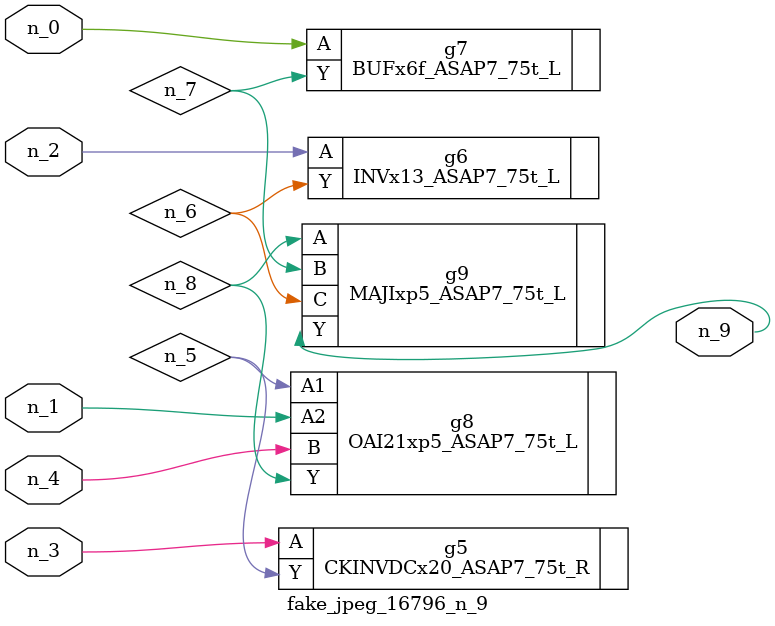
<source format=v>
module fake_jpeg_16796_n_9 (n_3, n_2, n_1, n_0, n_4, n_9);

input n_3;
input n_2;
input n_1;
input n_0;
input n_4;

output n_9;

wire n_8;
wire n_6;
wire n_5;
wire n_7;

CKINVDCx20_ASAP7_75t_R g5 ( 
.A(n_3),
.Y(n_5)
);

INVx13_ASAP7_75t_L g6 ( 
.A(n_2),
.Y(n_6)
);

BUFx6f_ASAP7_75t_L g7 ( 
.A(n_0),
.Y(n_7)
);

OAI21xp5_ASAP7_75t_L g8 ( 
.A1(n_5),
.A2(n_1),
.B(n_4),
.Y(n_8)
);

MAJIxp5_ASAP7_75t_L g9 ( 
.A(n_8),
.B(n_7),
.C(n_6),
.Y(n_9)
);


endmodule
</source>
